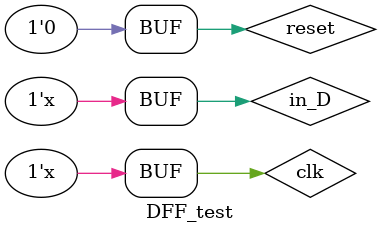
<source format=v>
`timescale 1ns / 1ps


module DFF_test;

	// Inputs
	reg in_D;
	reg clk;
	reg reset;

	// Outputs
	wire Q;
	wire QBar;

	// Instantiate the Unit Under Test (UUT)
	DFF uut (
		.Q(Q), 
		.QBar(QBar), 
		.in_D(in_D), 
		.clk(clk), 
		.reset(reset)
	);

	initial begin
		// Initialize Inputs
		in_D = 0;
		clk = 0;
		reset = 0;

		// Wait 100 ns for global reset to finish
		#100;
        
		// Add stimulus here

	end
	
	always begin
		#20 clk = ~clk;
	end
	
	always begin
		#13 in_D = ~in_D;
	end
      
endmodule


</source>
